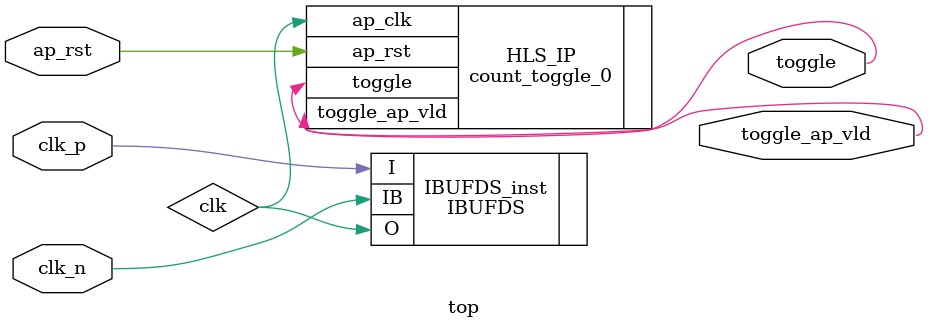
<source format=v>
`timescale 1ns / 1ps


module top(
    input clk_p,
    input clk_n,
    input ap_rst,
    output toggle_ap_vld,
    output toggle
    );
 wire clk;
 wire out_r_ap_vld;
 
IBUFDS IBUFDS_inst (
      .O(clk),   // 1-bit output: Buffer output
      .I(clk_p),   // 1-bit input: Diff_p buffer input (connect directly to top-level port)
      .IB(clk_n)  // 1-bit input: Diff_n buffer input (connect directly to top-level port)
   ); 
    
count_toggle_0 HLS_IP (
  .toggle_ap_vld(toggle_ap_vld),  // output wire toggle_ap_vld
  .ap_clk(clk),                // input wire ap_clk
  .ap_rst(ap_rst),                // input wire ap_rst
  .toggle(toggle)                // output wire toggle
);

endmodule

</source>
